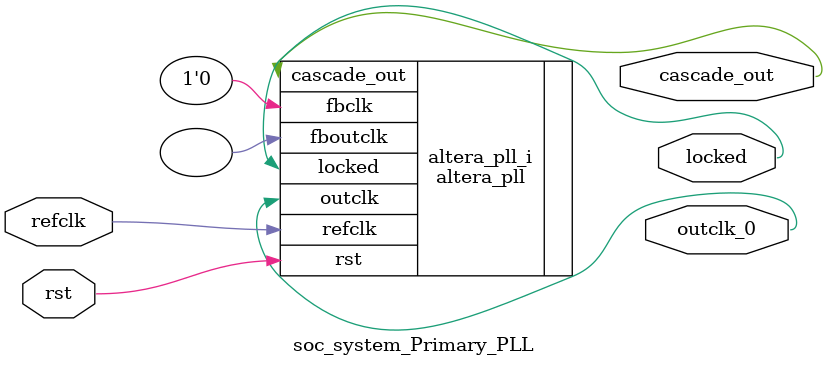
<source format=v>
`timescale 1ns/10ps
module  soc_system_Primary_PLL(

	// interface 'refclk'
	input wire refclk,

	// interface 'reset'
	input wire rst,

	// interface 'outclk0'
	output wire outclk_0,

	// interface 'locked'
	output wire locked,

	// interface 'cascade_out'
	output wire cascade_out
);

	altera_pll #(
		.fractional_vco_multiplier("false"),
		.reference_clock_frequency("50.0 MHz"),
		.pll_fractional_cout(32),
		.pll_dsm_out_sel("1st_order"),
		.operation_mode("normal"),
		.number_of_clocks(1),
		.output_clock_frequency0("48.000000 MHz"),
		.phase_shift0("0 ps"),
		.duty_cycle0(50),
		.output_clock_frequency1("0 MHz"),
		.phase_shift1("0 ps"),
		.duty_cycle1(50),
		.output_clock_frequency2("0 MHz"),
		.phase_shift2("0 ps"),
		.duty_cycle2(50),
		.output_clock_frequency3("0 MHz"),
		.phase_shift3("0 ps"),
		.duty_cycle3(50),
		.output_clock_frequency4("0 MHz"),
		.phase_shift4("0 ps"),
		.duty_cycle4(50),
		.output_clock_frequency5("0 MHz"),
		.phase_shift5("0 ps"),
		.duty_cycle5(50),
		.output_clock_frequency6("0 MHz"),
		.phase_shift6("0 ps"),
		.duty_cycle6(50),
		.output_clock_frequency7("0 MHz"),
		.phase_shift7("0 ps"),
		.duty_cycle7(50),
		.output_clock_frequency8("0 MHz"),
		.phase_shift8("0 ps"),
		.duty_cycle8(50),
		.output_clock_frequency9("0 MHz"),
		.phase_shift9("0 ps"),
		.duty_cycle9(50),
		.output_clock_frequency10("0 MHz"),
		.phase_shift10("0 ps"),
		.duty_cycle10(50),
		.output_clock_frequency11("0 MHz"),
		.phase_shift11("0 ps"),
		.duty_cycle11(50),
		.output_clock_frequency12("0 MHz"),
		.phase_shift12("0 ps"),
		.duty_cycle12(50),
		.output_clock_frequency13("0 MHz"),
		.phase_shift13("0 ps"),
		.duty_cycle13(50),
		.output_clock_frequency14("0 MHz"),
		.phase_shift14("0 ps"),
		.duty_cycle14(50),
		.output_clock_frequency15("0 MHz"),
		.phase_shift15("0 ps"),
		.duty_cycle15(50),
		.output_clock_frequency16("0 MHz"),
		.phase_shift16("0 ps"),
		.duty_cycle16(50),
		.output_clock_frequency17("0 MHz"),
		.phase_shift17("0 ps"),
		.duty_cycle17(50),
		.pll_type("Cyclone V"),
		.pll_subtype("General"),
		.m_cnt_hi_div(24),
		.m_cnt_lo_div(24),
		.n_cnt_hi_div(3),
		.n_cnt_lo_div(2),
		.m_cnt_bypass_en("false"),
		.n_cnt_bypass_en("false"),
		.m_cnt_odd_div_duty_en("false"),
		.n_cnt_odd_div_duty_en("true"),
		.c_cnt_hi_div0(5),
		.c_cnt_lo_div0(5),
		.c_cnt_prst0(1),
		.c_cnt_ph_mux_prst0(0),
		.c_cnt_in_src0("ph_mux_clk"),
		.c_cnt_bypass_en0("false"),
		.c_cnt_odd_div_duty_en0("false"),
		.c_cnt_hi_div1(1),
		.c_cnt_lo_div1(1),
		.c_cnt_prst1(1),
		.c_cnt_ph_mux_prst1(0),
		.c_cnt_in_src1("ph_mux_clk"),
		.c_cnt_bypass_en1("true"),
		.c_cnt_odd_div_duty_en1("false"),
		.c_cnt_hi_div2(1),
		.c_cnt_lo_div2(1),
		.c_cnt_prst2(1),
		.c_cnt_ph_mux_prst2(0),
		.c_cnt_in_src2("ph_mux_clk"),
		.c_cnt_bypass_en2("true"),
		.c_cnt_odd_div_duty_en2("false"),
		.c_cnt_hi_div3(1),
		.c_cnt_lo_div3(1),
		.c_cnt_prst3(1),
		.c_cnt_ph_mux_prst3(0),
		.c_cnt_in_src3("ph_mux_clk"),
		.c_cnt_bypass_en3("true"),
		.c_cnt_odd_div_duty_en3("false"),
		.c_cnt_hi_div4(1),
		.c_cnt_lo_div4(1),
		.c_cnt_prst4(1),
		.c_cnt_ph_mux_prst4(0),
		.c_cnt_in_src4("ph_mux_clk"),
		.c_cnt_bypass_en4("true"),
		.c_cnt_odd_div_duty_en4("false"),
		.c_cnt_hi_div5(1),
		.c_cnt_lo_div5(1),
		.c_cnt_prst5(1),
		.c_cnt_ph_mux_prst5(0),
		.c_cnt_in_src5("ph_mux_clk"),
		.c_cnt_bypass_en5("true"),
		.c_cnt_odd_div_duty_en5("false"),
		.c_cnt_hi_div6(1),
		.c_cnt_lo_div6(1),
		.c_cnt_prst6(1),
		.c_cnt_ph_mux_prst6(0),
		.c_cnt_in_src6("ph_mux_clk"),
		.c_cnt_bypass_en6("true"),
		.c_cnt_odd_div_duty_en6("false"),
		.c_cnt_hi_div7(1),
		.c_cnt_lo_div7(1),
		.c_cnt_prst7(1),
		.c_cnt_ph_mux_prst7(0),
		.c_cnt_in_src7("ph_mux_clk"),
		.c_cnt_bypass_en7("true"),
		.c_cnt_odd_div_duty_en7("false"),
		.c_cnt_hi_div8(1),
		.c_cnt_lo_div8(1),
		.c_cnt_prst8(1),
		.c_cnt_ph_mux_prst8(0),
		.c_cnt_in_src8("ph_mux_clk"),
		.c_cnt_bypass_en8("true"),
		.c_cnt_odd_div_duty_en8("false"),
		.c_cnt_hi_div9(1),
		.c_cnt_lo_div9(1),
		.c_cnt_prst9(1),
		.c_cnt_ph_mux_prst9(0),
		.c_cnt_in_src9("ph_mux_clk"),
		.c_cnt_bypass_en9("true"),
		.c_cnt_odd_div_duty_en9("false"),
		.c_cnt_hi_div10(1),
		.c_cnt_lo_div10(1),
		.c_cnt_prst10(1),
		.c_cnt_ph_mux_prst10(0),
		.c_cnt_in_src10("ph_mux_clk"),
		.c_cnt_bypass_en10("true"),
		.c_cnt_odd_div_duty_en10("false"),
		.c_cnt_hi_div11(1),
		.c_cnt_lo_div11(1),
		.c_cnt_prst11(1),
		.c_cnt_ph_mux_prst11(0),
		.c_cnt_in_src11("ph_mux_clk"),
		.c_cnt_bypass_en11("true"),
		.c_cnt_odd_div_duty_en11("false"),
		.c_cnt_hi_div12(1),
		.c_cnt_lo_div12(1),
		.c_cnt_prst12(1),
		.c_cnt_ph_mux_prst12(0),
		.c_cnt_in_src12("ph_mux_clk"),
		.c_cnt_bypass_en12("true"),
		.c_cnt_odd_div_duty_en12("false"),
		.c_cnt_hi_div13(1),
		.c_cnt_lo_div13(1),
		.c_cnt_prst13(1),
		.c_cnt_ph_mux_prst13(0),
		.c_cnt_in_src13("ph_mux_clk"),
		.c_cnt_bypass_en13("true"),
		.c_cnt_odd_div_duty_en13("false"),
		.c_cnt_hi_div14(1),
		.c_cnt_lo_div14(1),
		.c_cnt_prst14(1),
		.c_cnt_ph_mux_prst14(0),
		.c_cnt_in_src14("ph_mux_clk"),
		.c_cnt_bypass_en14("true"),
		.c_cnt_odd_div_duty_en14("false"),
		.c_cnt_hi_div15(1),
		.c_cnt_lo_div15(1),
		.c_cnt_prst15(1),
		.c_cnt_ph_mux_prst15(0),
		.c_cnt_in_src15("ph_mux_clk"),
		.c_cnt_bypass_en15("true"),
		.c_cnt_odd_div_duty_en15("false"),
		.c_cnt_hi_div16(1),
		.c_cnt_lo_div16(1),
		.c_cnt_prst16(1),
		.c_cnt_ph_mux_prst16(0),
		.c_cnt_in_src16("ph_mux_clk"),
		.c_cnt_bypass_en16("true"),
		.c_cnt_odd_div_duty_en16("false"),
		.c_cnt_hi_div17(1),
		.c_cnt_lo_div17(1),
		.c_cnt_prst17(1),
		.c_cnt_ph_mux_prst17(0),
		.c_cnt_in_src17("ph_mux_clk"),
		.c_cnt_bypass_en17("true"),
		.c_cnt_odd_div_duty_en17("false"),
		.pll_vco_div(2),
		.pll_cp_current(20),
		.pll_bwctrl(10000),
		.pll_output_clk_frequency("480.0 MHz"),
		.pll_fractional_division("1"),
		.mimic_fbclk_type("gclk"),
		.pll_fbclk_mux_1("glb"),
		.pll_fbclk_mux_2("fb_1"),
		.pll_m_cnt_in_src("ph_mux_clk"),
		.pll_slf_rst("false")
	) altera_pll_i (
		.rst	(rst),
		.outclk	({outclk_0}),
		.locked	(locked),
		.fboutclk	( ),
		.fbclk	(1'b0),
		.refclk	(refclk),
		.cascade_out	(cascade_out)
	);
endmodule


</source>
